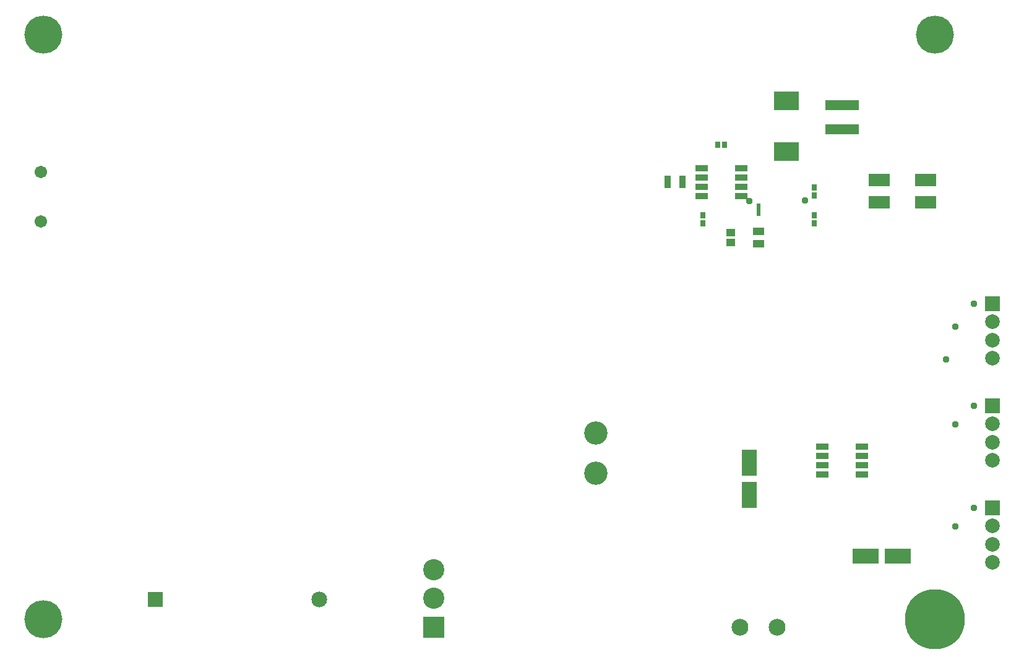
<source format=gbr>
G04 EAGLE Gerber RS-274X export*
G75*
%MOMM*%
%FSLAX34Y34*%
%LPD*%
%INSoldermask Top*%
%IPPOS*%
%AMOC8*
5,1,8,0,0,1.08239X$1,22.5*%
G01*
G04 Define Apertures*
%ADD10C,5.203200*%
%ADD11R,0.803200X0.823200*%
%ADD12R,2.903200X1.803200*%
%ADD13R,0.823200X1.673200*%
%ADD14R,1.193200X0.983200*%
%ADD15R,1.593200X1.113200*%
%ADD16R,2.003200X3.553200*%
%ADD17R,3.553200X2.003200*%
%ADD18R,3.353200X2.503200*%
%ADD19R,1.728200X0.853200*%
%ADD20R,2.003200X2.003200*%
%ADD21C,2.003200*%
%ADD22R,2.903200X2.903200*%
%ADD23C,2.903200*%
%ADD24R,4.603200X1.383200*%
%ADD25C,3.203200*%
%ADD26C,1.711200*%
%ADD27R,0.803200X0.953200*%
%ADD28R,0.603200X0.828200*%
%ADD29R,2.153200X2.153200*%
%ADD30C,2.153200*%
%ADD31C,2.303200*%
%ADD32C,0.959600*%
%ADD33C,8.203200*%
D10*
X190000Y900000D03*
X190000Y100000D03*
X1410000Y900100D03*
D11*
X1113000Y749300D03*
X1122200Y749300D03*
D12*
X1333500Y700800D03*
X1333500Y670800D03*
X1397000Y700800D03*
X1397000Y670800D03*
D13*
X1044100Y698500D03*
X1064100Y698500D03*
D14*
X1130300Y615300D03*
X1130300Y629300D03*
D15*
X1168400Y614100D03*
X1168400Y630500D03*
D16*
X1155700Y314100D03*
X1155700Y270100D03*
D17*
X1315310Y186690D03*
X1359310Y186690D03*
D18*
X1206500Y809700D03*
X1206500Y739700D03*
D19*
X1255580Y336550D03*
X1255580Y323850D03*
X1255580Y311150D03*
X1255580Y298450D03*
X1309820Y298450D03*
X1309820Y311150D03*
X1309820Y323850D03*
X1309820Y336550D03*
X1090480Y717550D03*
X1090480Y704850D03*
X1090480Y692150D03*
X1090480Y679450D03*
X1144720Y679450D03*
X1144720Y692150D03*
X1144720Y704850D03*
X1144720Y717550D03*
D20*
X1488440Y532130D03*
D21*
X1488440Y507130D03*
X1488440Y482130D03*
X1488440Y457130D03*
D20*
X1488440Y392430D03*
D21*
X1488440Y367430D03*
X1488440Y342430D03*
X1488440Y317430D03*
D20*
X1488440Y252730D03*
D21*
X1488440Y227730D03*
X1488440Y202730D03*
X1488440Y177730D03*
D22*
X723900Y88900D03*
D23*
X723900Y128500D03*
X723900Y168100D03*
D24*
X1282700Y803950D03*
X1282700Y770850D03*
D25*
X946300Y299500D03*
X946300Y354500D03*
D26*
X186300Y712000D03*
X186300Y644500D03*
D27*
X1244600Y691300D03*
X1244600Y680300D03*
X1244600Y642200D03*
X1244600Y653200D03*
D28*
X1168400Y656280D03*
X1168400Y664520D03*
D27*
X1092200Y642200D03*
X1092200Y653200D03*
D29*
X342900Y127000D03*
D30*
X567900Y127000D03*
D31*
X1143000Y88900D03*
X1193800Y88900D03*
D32*
X1437640Y227330D03*
X1437640Y367030D03*
X1437640Y500662D03*
D33*
X1409700Y100076D03*
D32*
X1424940Y455930D03*
X1156224Y672576D03*
X1231900Y673100D03*
X1463040Y252730D03*
X1463040Y392430D03*
X1463040Y532130D03*
M02*

</source>
